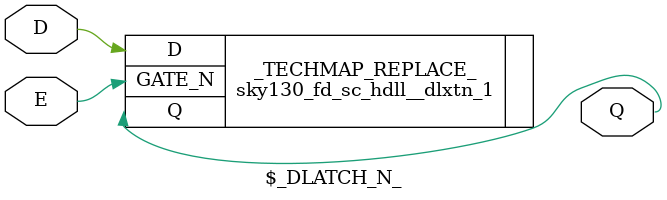
<source format=v>
module $_DLATCH_N_(input E, input D, output Q);
    sky130_fd_sc_hdll__dlxtn_1 _TECHMAP_REPLACE_ (
        .D(D),
        .GATE_N(E),
        .Q(Q)
        );
endmodule

</source>
